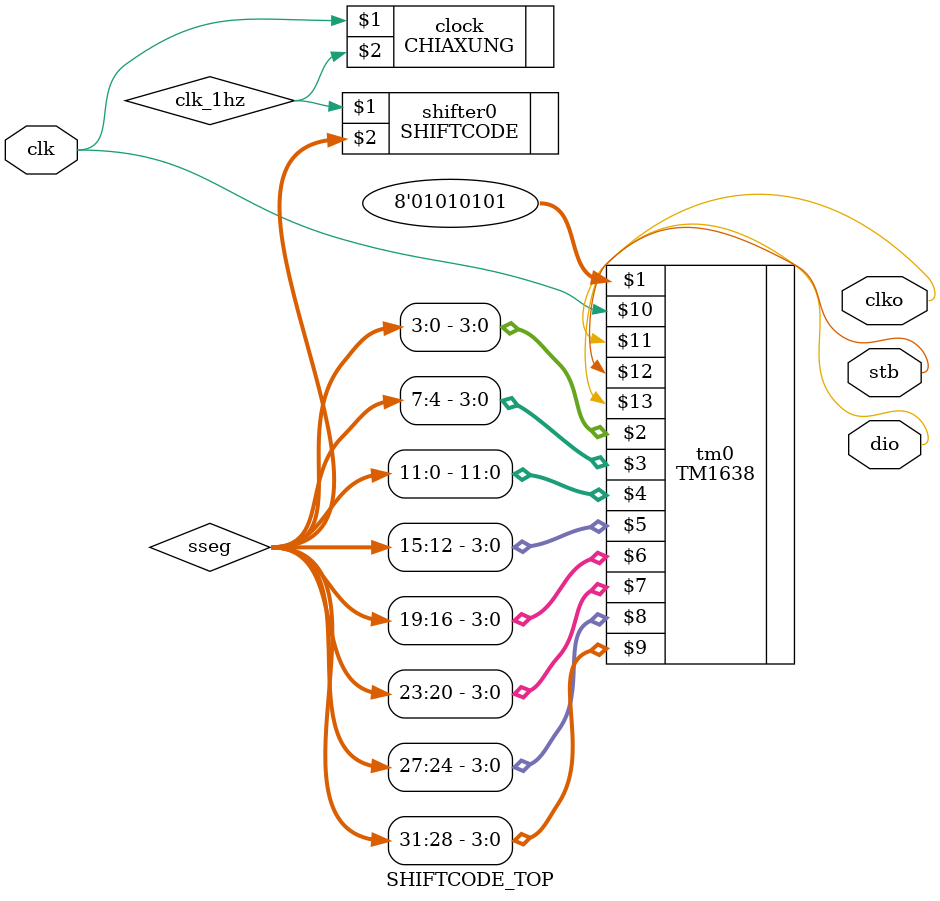
<source format=v>
`timescale 1ns / 1ps
module SHIFTCODE_TOP(
input wire clk,
output wire clko,stb,dio


);
wire [31:0]sseg;
wire clk_1hz;
CHIAXUNG clock (clk,clk_1hz);
SHIFTCODE shifter0 (clk_1hz,sseg);
TM1638 tm0(
	8'b01010101,
	sseg[3:0],sseg[7:4],sseg[11:0],sseg[15:12],sseg[19:16],sseg[23:20],sseg[27:24],sseg[31:28],
	clk,
	clko,
	stb,
	dio);

endmodule

</source>
